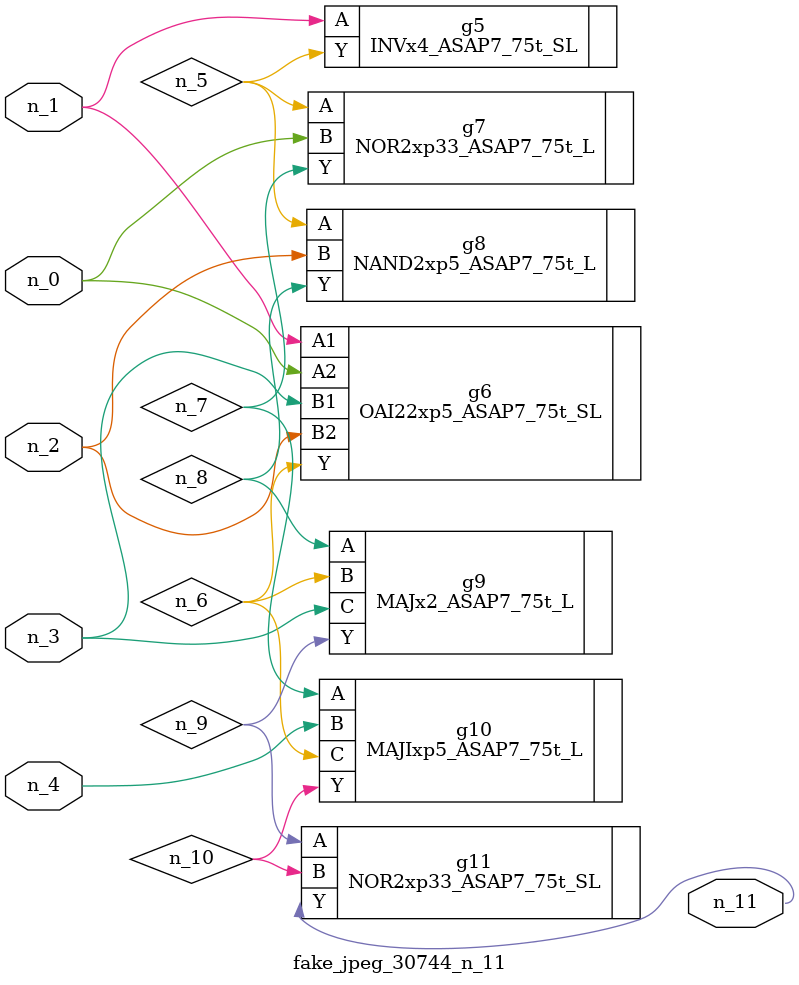
<source format=v>
module fake_jpeg_30744_n_11 (n_3, n_2, n_1, n_0, n_4, n_11);

input n_3;
input n_2;
input n_1;
input n_0;
input n_4;

output n_11;

wire n_10;
wire n_8;
wire n_9;
wire n_6;
wire n_5;
wire n_7;

INVx4_ASAP7_75t_SL g5 ( 
.A(n_1),
.Y(n_5)
);

OAI22xp5_ASAP7_75t_SL g6 ( 
.A1(n_1),
.A2(n_0),
.B1(n_3),
.B2(n_2),
.Y(n_6)
);

NOR2xp33_ASAP7_75t_L g7 ( 
.A(n_5),
.B(n_0),
.Y(n_7)
);

MAJIxp5_ASAP7_75t_L g10 ( 
.A(n_7),
.B(n_4),
.C(n_6),
.Y(n_10)
);

NAND2xp5_ASAP7_75t_L g8 ( 
.A(n_5),
.B(n_2),
.Y(n_8)
);

MAJx2_ASAP7_75t_L g9 ( 
.A(n_8),
.B(n_6),
.C(n_3),
.Y(n_9)
);

NOR2xp33_ASAP7_75t_SL g11 ( 
.A(n_9),
.B(n_10),
.Y(n_11)
);


endmodule
</source>
